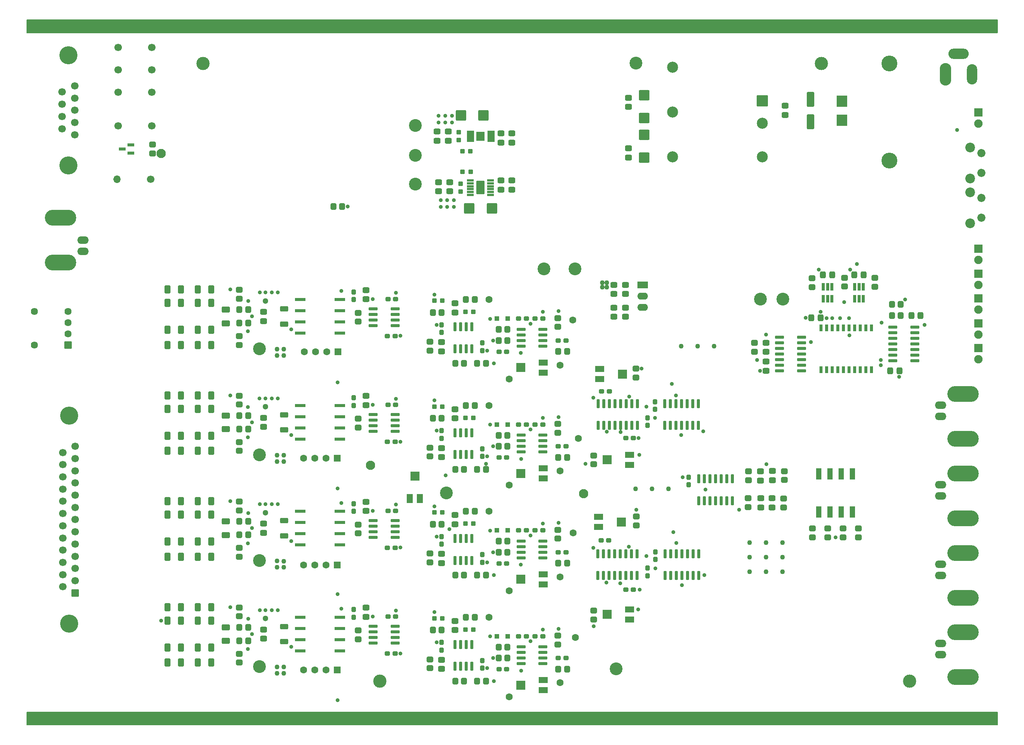
<source format=gts>
G04 #@! TF.GenerationSoftware,KiCad,Pcbnew,(6.0.11)*
G04 #@! TF.CreationDate,2023-05-29T14:07:06-03:00*
G04 #@! TF.ProjectId,qds-cv,7164732d-6376-42e6-9b69-6361645f7063,rev?*
G04 #@! TF.SameCoordinates,Original*
G04 #@! TF.FileFunction,Soldermask,Top*
G04 #@! TF.FilePolarity,Negative*
%FSLAX46Y46*%
G04 Gerber Fmt 4.6, Leading zero omitted, Abs format (unit mm)*
G04 Created by KiCad (PCBNEW (6.0.11)) date 2023-05-29 14:07:06*
%MOMM*%
%LPD*%
G01*
G04 APERTURE LIST*
G04 Aperture macros list*
%AMRoundRect*
0 Rectangle with rounded corners*
0 $1 Rounding radius*
0 $2 $3 $4 $5 $6 $7 $8 $9 X,Y pos of 4 corners*
0 Add a 4 corners polygon primitive as box body*
4,1,4,$2,$3,$4,$5,$6,$7,$8,$9,$2,$3,0*
0 Add four circle primitives for the rounded corners*
1,1,$1+$1,$2,$3*
1,1,$1+$1,$4,$5*
1,1,$1+$1,$6,$7*
1,1,$1+$1,$8,$9*
0 Add four rect primitives between the rounded corners*
20,1,$1+$1,$2,$3,$4,$5,0*
20,1,$1+$1,$4,$5,$6,$7,0*
20,1,$1+$1,$6,$7,$8,$9,0*
20,1,$1+$1,$8,$9,$2,$3,0*%
G04 Aperture macros list end*
%ADD10C,0.010000*%
%ADD11RoundRect,0.300000X0.350000X0.450000X-0.350000X0.450000X-0.350000X-0.450000X0.350000X-0.450000X0*%
%ADD12RoundRect,0.300000X-0.350000X-0.450000X0.350000X-0.450000X0.350000X0.450000X-0.350000X0.450000X0*%
%ADD13RoundRect,0.300000X0.450000X-0.350000X0.450000X0.350000X-0.450000X0.350000X-0.450000X-0.350000X0*%
%ADD14C,2.900000*%
%ADD15RoundRect,0.287500X0.300000X0.237500X-0.300000X0.237500X-0.300000X-0.237500X0.300000X-0.237500X0*%
%ADD16RoundRect,0.300000X-0.450000X0.350000X-0.450000X-0.350000X0.450000X-0.350000X0.450000X0.350000X0*%
%ADD17RoundRect,0.287500X0.237500X-0.300000X0.237500X0.300000X-0.237500X0.300000X-0.237500X-0.300000X0*%
%ADD18C,2.100000*%
%ADD19RoundRect,0.050000X-0.950000X0.650000X-0.950000X-0.650000X0.950000X-0.650000X0.950000X0.650000X0*%
%ADD20RoundRect,0.050000X-0.950000X1.000000X-0.950000X-1.000000X0.950000X-1.000000X0.950000X1.000000X0*%
%ADD21RoundRect,0.300000X0.475000X-0.337500X0.475000X0.337500X-0.475000X0.337500X-0.475000X-0.337500X0*%
%ADD22RoundRect,0.287500X-0.250000X-0.237500X0.250000X-0.237500X0.250000X0.237500X-0.250000X0.237500X0*%
%ADD23RoundRect,0.300000X-0.475000X0.337500X-0.475000X-0.337500X0.475000X-0.337500X0.475000X0.337500X0*%
%ADD24RoundRect,0.300000X-0.925000X0.875000X-0.925000X-0.875000X0.925000X-0.875000X0.925000X0.875000X0*%
%ADD25RoundRect,0.300000X-0.400000X-0.625000X0.400000X-0.625000X0.400000X0.625000X-0.400000X0.625000X0*%
%ADD26RoundRect,0.300000X0.400000X0.625000X-0.400000X0.625000X-0.400000X-0.625000X0.400000X-0.625000X0*%
%ADD27RoundRect,0.287500X-0.300000X-0.237500X0.300000X-0.237500X0.300000X0.237500X-0.300000X0.237500X0*%
%ADD28RoundRect,0.300000X0.337500X0.475000X-0.337500X0.475000X-0.337500X-0.475000X0.337500X-0.475000X0*%
%ADD29C,4.100000*%
%ADD30C,1.700000*%
%ADD31RoundRect,0.200000X0.150000X-0.825000X0.150000X0.825000X-0.150000X0.825000X-0.150000X-0.825000X0*%
%ADD32RoundRect,0.050000X0.754000X0.754000X-0.754000X0.754000X-0.754000X-0.754000X0.754000X-0.754000X0*%
%ADD33C,1.608000*%
%ADD34RoundRect,0.050000X0.500000X0.500000X-0.500000X0.500000X-0.500000X-0.500000X0.500000X-0.500000X0*%
%ADD35C,2.200000*%
%ADD36C,1.850000*%
%ADD37RoundRect,0.050000X-0.900000X0.900000X-0.900000X-0.900000X0.900000X-0.900000X0.900000X0.900000X0*%
%ADD38C,1.900000*%
%ADD39O,2.600000X1.700000*%
%ADD40O,7.100000X3.600000*%
%ADD41RoundRect,0.050000X-1.150000X0.750000X-1.150000X-0.750000X1.150000X-0.750000X1.150000X0.750000X0*%
%ADD42O,2.400000X1.600000*%
%ADD43RoundRect,0.200000X-0.825000X-0.150000X0.825000X-0.150000X0.825000X0.150000X-0.825000X0.150000X0*%
%ADD44C,1.600000*%
%ADD45RoundRect,0.050000X0.698500X0.215900X-0.698500X0.215900X-0.698500X-0.215900X0.698500X-0.215900X0*%
%ADD46RoundRect,0.050000X0.876300X1.473200X-0.876300X1.473200X-0.876300X-1.473200X0.876300X-1.473200X0*%
%ADD47RoundRect,0.050000X0.325000X-0.780000X0.325000X0.780000X-0.325000X0.780000X-0.325000X-0.780000X0*%
%ADD48RoundRect,0.300000X-0.625000X0.400000X-0.625000X-0.400000X0.625000X-0.400000X0.625000X0.400000X0*%
%ADD49RoundRect,0.200000X0.825000X0.150000X-0.825000X0.150000X-0.825000X-0.150000X0.825000X-0.150000X0*%
%ADD50RoundRect,0.200000X-0.150000X0.825000X-0.150000X-0.825000X0.150000X-0.825000X0.150000X0.825000X0*%
%ADD51RoundRect,0.212500X-1.012500X-0.162500X1.012500X-0.162500X1.012500X0.162500X-1.012500X0.162500X0*%
%ADD52RoundRect,0.287500X-0.237500X0.300000X-0.237500X-0.300000X0.237500X-0.300000X0.237500X0.300000X0*%
%ADD53RoundRect,0.298478X-0.646022X0.323022X-0.646022X-0.323022X0.646022X-0.323022X0.646022X0.323022X0*%
%ADD54RoundRect,0.050000X0.650000X0.950000X-0.650000X0.950000X-0.650000X-0.950000X0.650000X-0.950000X0*%
%ADD55RoundRect,0.050000X1.000000X0.950000X-1.000000X0.950000X-1.000000X-0.950000X1.000000X-0.950000X0*%
%ADD56RoundRect,0.300000X-0.337500X-0.475000X0.337500X-0.475000X0.337500X0.475000X-0.337500X0.475000X0*%
%ADD57RoundRect,0.050000X0.950000X-0.650000X0.950000X0.650000X-0.950000X0.650000X-0.950000X-0.650000X0*%
%ADD58RoundRect,0.050000X0.950000X-1.000000X0.950000X1.000000X-0.950000X1.000000X-0.950000X-1.000000X0*%
%ADD59O,1.700000X1.700000*%
%ADD60RoundRect,0.050000X-0.800000X0.800000X-0.800000X-0.800000X0.800000X-0.800000X0.800000X0.800000X0*%
%ADD61RoundRect,0.287500X-0.237500X0.250000X-0.237500X-0.250000X0.237500X-0.250000X0.237500X0.250000X0*%
%ADD62C,3.600000*%
%ADD63RoundRect,0.287500X0.237500X-0.250000X0.237500X0.250000X-0.237500X0.250000X-0.237500X-0.250000X0*%
%ADD64RoundRect,0.050000X-0.759000X0.759000X-0.759000X-0.759000X0.759000X-0.759000X0.759000X0.759000X0*%
%ADD65C,1.618000*%
%ADD66RoundRect,0.050000X0.300000X-0.750000X0.300000X0.750000X-0.300000X0.750000X-0.300000X-0.750000X0*%
%ADD67O,2.600000X5.100000*%
%ADD68O,2.350000X4.600000*%
%ADD69O,4.600000X2.350000*%
%ADD70RoundRect,0.300000X-0.550000X1.412500X-0.550000X-1.412500X0.550000X-1.412500X0.550000X1.412500X0*%
%ADD71RoundRect,0.050000X-0.840000X-0.990000X0.840000X-0.990000X0.840000X0.990000X-0.840000X0.990000X0*%
%ADD72RoundRect,0.300000X0.875000X0.925000X-0.875000X0.925000X-0.875000X-0.925000X0.875000X-0.925000X0*%
%ADD73RoundRect,0.200000X0.587500X0.150000X-0.587500X0.150000X-0.587500X-0.150000X0.587500X-0.150000X0*%
%ADD74C,3.000000*%
%ADD75RoundRect,0.050000X-1.150000X1.250000X-1.150000X-1.250000X1.150000X-1.250000X1.150000X1.250000X0*%
%ADD76RoundRect,0.300000X-0.875000X-0.925000X0.875000X-0.925000X0.875000X0.925000X-0.875000X0.925000X0*%
%ADD77RoundRect,0.050000X0.560000X-1.220000X0.560000X1.220000X-0.560000X1.220000X-0.560000X-1.220000X0*%
%ADD78RoundRect,0.050000X-1.200000X1.200000X-1.200000X-1.200000X1.200000X-1.200000X1.200000X1.200000X0*%
%ADD79C,2.500000*%
%ADD80C,0.900000*%
%ADD81C,1.100000*%
%ADD82C,0.700000*%
%ADD83C,1.300000*%
G04 APERTURE END LIST*
G36*
X205956500Y-65747500D02*
G01*
X204406500Y-65747500D01*
X204406500Y-65187500D01*
X205956500Y-65187500D01*
X205956500Y-65747500D01*
G37*
D10*
X205956500Y-65747500D02*
X204406500Y-65747500D01*
X204406500Y-65187500D01*
X205956500Y-65187500D01*
X205956500Y-65747500D01*
G36*
X201276500Y-67047500D02*
G01*
X199726500Y-67047500D01*
X199726500Y-66487500D01*
X201276500Y-66487500D01*
X201276500Y-67047500D01*
G37*
X201276500Y-67047500D02*
X199726500Y-67047500D01*
X199726500Y-66487500D01*
X201276500Y-66487500D01*
X201276500Y-67047500D01*
G36*
X205956500Y-66397500D02*
G01*
X204406500Y-66397500D01*
X204406500Y-65837500D01*
X205956500Y-65837500D01*
X205956500Y-66397500D01*
G37*
X205956500Y-66397500D02*
X204406500Y-66397500D01*
X204406500Y-65837500D01*
X205956500Y-65837500D01*
X205956500Y-66397500D01*
G36*
X201276500Y-67697500D02*
G01*
X199726500Y-67697500D01*
X199726500Y-67137500D01*
X201276500Y-67137500D01*
X201276500Y-67697500D01*
G37*
X201276500Y-67697500D02*
X199726500Y-67697500D01*
X199726500Y-67137500D01*
X201276500Y-67137500D01*
X201276500Y-67697500D01*
G36*
X201276500Y-66397500D02*
G01*
X199726500Y-66397500D01*
X199726500Y-65837500D01*
X201276500Y-65837500D01*
X201276500Y-66397500D01*
G37*
X201276500Y-66397500D02*
X199726500Y-66397500D01*
X199726500Y-65837500D01*
X201276500Y-65837500D01*
X201276500Y-66397500D01*
G36*
X201276500Y-65747500D02*
G01*
X199726500Y-65747500D01*
X199726500Y-65187500D01*
X201276500Y-65187500D01*
X201276500Y-65747500D01*
G37*
X201276500Y-65747500D02*
X199726500Y-65747500D01*
X199726500Y-65187500D01*
X201276500Y-65187500D01*
X201276500Y-65747500D01*
G36*
X205956500Y-67047500D02*
G01*
X204406500Y-67047500D01*
X204406500Y-66487500D01*
X205956500Y-66487500D01*
X205956500Y-67047500D01*
G37*
X205956500Y-67047500D02*
X204406500Y-67047500D01*
X204406500Y-66487500D01*
X205956500Y-66487500D01*
X205956500Y-67047500D01*
G36*
X205956500Y-67697500D02*
G01*
X204406500Y-67697500D01*
X204406500Y-67137500D01*
X205956500Y-67137500D01*
X205956500Y-67697500D01*
G37*
X205956500Y-67697500D02*
X204406500Y-67697500D01*
X204406500Y-67137500D01*
X205956500Y-67137500D01*
X205956500Y-67697500D01*
G36*
X205956500Y-65747500D02*
G01*
X204406500Y-65747500D01*
X204406500Y-65187500D01*
X205956500Y-65187500D01*
X205956500Y-65747500D01*
G37*
X205956500Y-65747500D02*
X204406500Y-65747500D01*
X204406500Y-65187500D01*
X205956500Y-65187500D01*
X205956500Y-65747500D01*
G36*
X201276500Y-67047500D02*
G01*
X199726500Y-67047500D01*
X199726500Y-66487500D01*
X201276500Y-66487500D01*
X201276500Y-67047500D01*
G37*
X201276500Y-67047500D02*
X199726500Y-67047500D01*
X199726500Y-66487500D01*
X201276500Y-66487500D01*
X201276500Y-67047500D01*
G36*
X205956500Y-66397500D02*
G01*
X204406500Y-66397500D01*
X204406500Y-65837500D01*
X205956500Y-65837500D01*
X205956500Y-66397500D01*
G37*
X205956500Y-66397500D02*
X204406500Y-66397500D01*
X204406500Y-65837500D01*
X205956500Y-65837500D01*
X205956500Y-66397500D01*
G36*
X201276500Y-67697500D02*
G01*
X199726500Y-67697500D01*
X199726500Y-67137500D01*
X201276500Y-67137500D01*
X201276500Y-67697500D01*
G37*
X201276500Y-67697500D02*
X199726500Y-67697500D01*
X199726500Y-67137500D01*
X201276500Y-67137500D01*
X201276500Y-67697500D01*
G36*
X201276500Y-66397500D02*
G01*
X199726500Y-66397500D01*
X199726500Y-65837500D01*
X201276500Y-65837500D01*
X201276500Y-66397500D01*
G37*
X201276500Y-66397500D02*
X199726500Y-66397500D01*
X199726500Y-65837500D01*
X201276500Y-65837500D01*
X201276500Y-66397500D01*
G36*
X201276500Y-65747500D02*
G01*
X199726500Y-65747500D01*
X199726500Y-65187500D01*
X201276500Y-65187500D01*
X201276500Y-65747500D01*
G37*
X201276500Y-65747500D02*
X199726500Y-65747500D01*
X199726500Y-65187500D01*
X201276500Y-65187500D01*
X201276500Y-65747500D01*
G36*
X205956500Y-67047500D02*
G01*
X204406500Y-67047500D01*
X204406500Y-66487500D01*
X205956500Y-66487500D01*
X205956500Y-67047500D01*
G37*
X205956500Y-67047500D02*
X204406500Y-67047500D01*
X204406500Y-66487500D01*
X205956500Y-66487500D01*
X205956500Y-67047500D01*
G36*
X205956500Y-67697500D02*
G01*
X204406500Y-67697500D01*
X204406500Y-67137500D01*
X205956500Y-67137500D01*
X205956500Y-67697500D01*
G37*
X205956500Y-67697500D02*
X204406500Y-67697500D01*
X204406500Y-67137500D01*
X205956500Y-67137500D01*
X205956500Y-67697500D01*
D11*
X201520100Y-151516100D03*
X199520100Y-151516100D03*
D12*
X202073000Y-189992000D03*
X204073000Y-189992000D03*
D13*
X237998000Y-121142000D03*
X237998000Y-119142000D03*
D14*
X152781000Y-138684000D03*
D13*
X148196100Y-137773600D03*
X148196100Y-135773600D03*
D15*
X183489600Y-111734600D03*
X181764600Y-111734600D03*
D13*
X148209000Y-127288800D03*
X148209000Y-125288800D03*
D14*
X217240100Y-96523000D03*
D16*
X271638303Y-142408400D03*
X271638303Y-144408400D03*
D12*
X197107100Y-189997100D03*
X199107100Y-189997100D03*
D17*
X194043100Y-110946100D03*
X194043100Y-109221100D03*
X203200000Y-115035500D03*
X203200000Y-113310500D03*
D12*
X197107100Y-117988100D03*
X199107100Y-117988100D03*
D18*
X177900000Y-141100000D03*
D16*
X281474333Y-155402400D03*
X281474333Y-157402400D03*
X191376100Y-185060100D03*
X191376100Y-187060100D03*
D19*
X236611000Y-140977000D03*
D20*
X231511000Y-139827000D03*
D19*
X236611000Y-138677000D03*
D14*
X271300000Y-103378000D03*
D21*
X193353500Y-78947500D03*
X193353500Y-76872500D03*
D11*
X222424300Y-115259800D03*
X220424300Y-115259800D03*
D12*
X202073000Y-141986000D03*
X204073000Y-141986000D03*
D16*
X191376100Y-137054100D03*
X191376100Y-139054100D03*
D22*
X192368600Y-127767100D03*
X194193600Y-127767100D03*
D23*
X235700000Y-100162500D03*
X235700000Y-102237500D03*
D13*
X277876000Y-100648000D03*
X277876000Y-98648000D03*
D21*
X197024300Y-154433200D03*
X197024300Y-152358200D03*
D12*
X148225600Y-132820100D03*
X150225600Y-132820100D03*
D13*
X148209000Y-103285800D03*
X148209000Y-101285800D03*
D24*
X239870000Y-57190000D03*
X239870000Y-62290000D03*
D25*
X138772100Y-110357600D03*
X141872100Y-110357600D03*
D17*
X242464603Y-162438500D03*
X242464603Y-160713500D03*
D23*
X266355103Y-148552500D03*
X266355103Y-150627500D03*
D12*
X206949800Y-182295800D03*
X208949800Y-182295800D03*
D19*
X236611000Y-176029000D03*
D20*
X231511000Y-174879000D03*
D19*
X236611000Y-173729000D03*
D14*
X188100000Y-64000000D03*
D26*
X135027000Y-161798000D03*
X131927000Y-161798000D03*
D16*
X191376100Y-113051100D03*
X191376100Y-115051100D03*
D27*
X211481500Y-107823000D03*
X213206500Y-107823000D03*
D12*
X148225600Y-156823100D03*
X150225600Y-156823100D03*
D28*
X279837500Y-107600000D03*
X277762500Y-107600000D03*
D29*
X109515331Y-48089000D03*
X109515331Y-73089000D03*
D30*
X110935331Y-66129000D03*
X110935331Y-63359000D03*
X110935331Y-60589000D03*
X110935331Y-57819000D03*
X110935331Y-55049000D03*
X108095331Y-64744000D03*
X108095331Y-61974000D03*
X108095331Y-59204000D03*
X108095331Y-56434000D03*
D16*
X220382900Y-107691700D03*
X220382900Y-109691700D03*
D25*
X131927000Y-173222600D03*
X135027000Y-173222600D03*
D31*
X252222000Y-149075000D03*
X253492000Y-149075000D03*
X254762000Y-149075000D03*
X256032000Y-149075000D03*
X257302000Y-149075000D03*
X258572000Y-149075000D03*
X259842000Y-149075000D03*
X259842000Y-144125000D03*
X258572000Y-144125000D03*
X257302000Y-144125000D03*
X256032000Y-144125000D03*
X254762000Y-144125000D03*
X253492000Y-144125000D03*
X252222000Y-144125000D03*
D32*
X170420000Y-139456000D03*
D33*
X167880000Y-139456000D03*
X165340000Y-139456000D03*
X162800000Y-139456000D03*
D34*
X209022000Y-155803600D03*
X206522000Y-155803600D03*
D15*
X183489600Y-183743600D03*
X181764600Y-183743600D03*
D35*
X313757500Y-68992000D03*
X313757500Y-76002000D03*
D36*
X316247500Y-70242000D03*
X316247500Y-74742000D03*
D37*
X315573200Y-97625000D03*
D38*
X315573200Y-100165000D03*
D14*
X233553000Y-187198000D03*
D23*
X267500000Y-113262500D03*
X267500000Y-115337500D03*
D39*
X112832000Y-90000000D03*
X112832000Y-92540000D03*
D40*
X107752000Y-84920000D03*
X107752000Y-95080000D03*
D15*
X216927400Y-179832000D03*
X215202400Y-179832000D03*
D39*
X307014000Y-130000000D03*
X307014000Y-127460000D03*
D40*
X312094000Y-124920000D03*
X312094000Y-135080000D03*
D37*
X315573200Y-108875000D03*
D38*
X315573200Y-111415000D03*
D23*
X153670000Y-130280500D03*
X153670000Y-132355500D03*
D22*
X198745500Y-69871500D03*
X200570500Y-69871500D03*
D41*
X239590500Y-100199500D03*
D42*
X239590500Y-102739500D03*
X239590500Y-105279500D03*
D43*
X178536600Y-105587800D03*
X178536600Y-106857800D03*
X178536600Y-108127800D03*
X178536600Y-109397800D03*
X183486600Y-109397800D03*
X183486600Y-108127800D03*
X183486600Y-106857800D03*
X183486600Y-105587800D03*
D27*
X220460200Y-184779600D03*
X222185200Y-184779600D03*
D44*
X224990000Y-134980000D03*
D12*
X192027100Y-130434100D03*
X194027100Y-130434100D03*
D15*
X183489600Y-135737600D03*
X181764600Y-135737600D03*
D14*
X266192000Y-103378000D03*
D44*
X220827600Y-190347600D03*
D45*
X205141500Y-79730600D03*
X205141500Y-79080359D03*
X205141500Y-78430119D03*
X205141500Y-77779881D03*
X205141500Y-77129641D03*
X205141500Y-76479400D03*
X200541500Y-76479400D03*
X200541500Y-77129641D03*
X200541500Y-77779881D03*
X200541500Y-78430119D03*
X200541500Y-79080359D03*
X200541500Y-79730600D03*
D46*
X202841500Y-78105000D03*
D47*
X287594000Y-103284000D03*
X288544000Y-103284000D03*
X289494000Y-103284000D03*
X289494000Y-100584000D03*
X288544000Y-100584000D03*
X287594000Y-100584000D03*
D48*
X145161000Y-129768000D03*
X145161000Y-132868000D03*
D25*
X138785000Y-101219000D03*
X141885000Y-101219000D03*
D27*
X211481500Y-155829000D03*
X213206500Y-155829000D03*
D12*
X197107100Y-141991100D03*
X199107100Y-141991100D03*
D17*
X242366800Y-128391300D03*
X242366800Y-126666300D03*
D23*
X236310000Y-57722500D03*
X236310000Y-59797500D03*
X209960000Y-65832500D03*
X209960000Y-67907500D03*
D19*
X217040100Y-192076400D03*
D20*
X211940100Y-190926400D03*
D19*
X217040100Y-189776400D03*
D44*
X209296000Y-121539000D03*
D15*
X216927400Y-155829000D03*
X215202400Y-155829000D03*
D21*
X197024300Y-106427200D03*
X197024300Y-104352200D03*
D19*
X217040100Y-120067400D03*
D20*
X211940100Y-118917400D03*
D19*
X217040100Y-117767400D03*
D17*
X194043100Y-182955100D03*
X194043100Y-181230100D03*
D27*
X211481500Y-179832000D03*
X213206500Y-179832000D03*
D12*
X206949800Y-134289800D03*
X208949800Y-134289800D03*
D11*
X298000000Y-104550000D03*
X296000000Y-104550000D03*
X222424300Y-163265800D03*
X220424300Y-163265800D03*
D49*
X301179000Y-117348000D03*
X301179000Y-116078000D03*
X301179000Y-114808000D03*
X301179000Y-113538000D03*
X301179000Y-112268000D03*
X301179000Y-110998000D03*
X301179000Y-109728000D03*
X296229000Y-109728000D03*
X296229000Y-110998000D03*
X296229000Y-112268000D03*
X296229000Y-113538000D03*
X296229000Y-114808000D03*
X296229000Y-116078000D03*
X296229000Y-117348000D03*
D22*
X192368600Y-151770100D03*
X194193600Y-151770100D03*
D13*
X128524000Y-70342000D03*
X128524000Y-68342000D03*
D17*
X174104100Y-127476100D03*
X174104100Y-125751100D03*
D44*
X209296000Y-145542000D03*
D50*
X238309603Y-161101000D03*
X237039603Y-161101000D03*
X235769603Y-161101000D03*
X234499603Y-161101000D03*
X233229603Y-161101000D03*
X231959603Y-161101000D03*
X230689603Y-161101000D03*
X229419603Y-161101000D03*
X229419603Y-166051000D03*
X230689603Y-166051000D03*
X231959603Y-166051000D03*
X233229603Y-166051000D03*
X234499603Y-166051000D03*
X235769603Y-166051000D03*
X237039603Y-166051000D03*
X238309603Y-166051000D03*
D13*
X263510303Y-144459200D03*
X263510303Y-142459200D03*
D12*
X148225600Y-177778100D03*
X150225600Y-177778100D03*
D23*
X195494000Y-65405000D03*
X195494000Y-67480000D03*
D25*
X131927000Y-149219600D03*
X135027000Y-149219600D03*
D44*
X204724000Y-127508000D03*
D25*
X131927000Y-176270600D03*
X135027000Y-176270600D03*
D17*
X203200000Y-187044500D03*
X203200000Y-185319500D03*
D24*
X239860000Y-66170000D03*
X239860000Y-71270000D03*
D21*
X194043100Y-187224600D03*
X194043100Y-185149600D03*
D12*
X148225600Y-105769100D03*
X150225600Y-105769100D03*
D16*
X264900000Y-113300000D03*
X264900000Y-115300000D03*
D34*
X209022000Y-131800600D03*
X206522000Y-131800600D03*
D16*
X284945666Y-155402400D03*
X284945666Y-157402400D03*
D25*
X131927000Y-104261600D03*
X135027000Y-104261600D03*
D21*
X194043100Y-163221600D03*
X194043100Y-161146600D03*
D50*
X200875700Y-109660600D03*
X199605700Y-109660600D03*
X198335700Y-109660600D03*
X197065700Y-109660600D03*
X197065700Y-114610600D03*
X198335700Y-114610600D03*
X199605700Y-114610600D03*
X200875700Y-114610600D03*
D23*
X153670000Y-154283500D03*
X153670000Y-156358500D03*
D34*
X209022000Y-107797600D03*
X206522000Y-107797600D03*
D15*
X232002500Y-124333000D03*
X230277500Y-124333000D03*
D27*
X220460200Y-136773600D03*
X222185200Y-136773600D03*
D11*
X298000000Y-107150000D03*
X296000000Y-107150000D03*
D25*
X131927000Y-158363600D03*
X135027000Y-158363600D03*
D22*
X199413800Y-130292200D03*
X201238800Y-130292200D03*
D51*
X161972000Y-103505000D03*
X161972000Y-106045000D03*
X161972000Y-108585000D03*
X161972000Y-111125000D03*
X171022000Y-111125000D03*
X171022000Y-108585000D03*
X171022000Y-106045000D03*
X171022000Y-103505000D03*
D52*
X249936000Y-143737500D03*
X249936000Y-145462500D03*
D25*
X138772100Y-182366600D03*
X141872100Y-182366600D03*
X131927000Y-110357600D03*
X135027000Y-110357600D03*
D50*
X200875700Y-181669600D03*
X199605700Y-181669600D03*
X198335700Y-181669600D03*
X197065700Y-181669600D03*
X197065700Y-186619600D03*
X198335700Y-186619600D03*
X199605700Y-186619600D03*
X200875700Y-186619600D03*
D53*
X158374500Y-177609500D03*
X158374500Y-181038500D03*
D16*
X220382900Y-131694700D03*
X220382900Y-133694700D03*
D14*
X152781000Y-186740800D03*
D28*
X297709500Y-119634000D03*
X295634500Y-119634000D03*
D49*
X275524400Y-119614700D03*
X275524400Y-118344700D03*
X275524400Y-117074700D03*
X275524400Y-115804700D03*
X275524400Y-114534700D03*
X275524400Y-113264700D03*
X275524400Y-111994700D03*
X270574400Y-111994700D03*
X270574400Y-113264700D03*
X270574400Y-114534700D03*
X270574400Y-115804700D03*
X270574400Y-117074700D03*
X270574400Y-118344700D03*
X270574400Y-119614700D03*
D27*
X235738500Y-169291000D03*
X237463500Y-169291000D03*
D14*
X195072000Y-147320000D03*
D17*
X194043100Y-158952100D03*
X194043100Y-157227100D03*
D15*
X183590100Y-103352600D03*
X181865100Y-103352600D03*
D17*
X203200000Y-163041500D03*
X203200000Y-161316500D03*
D25*
X131927000Y-134360600D03*
X135027000Y-134360600D03*
D19*
X217040100Y-168073400D03*
D20*
X211940100Y-166923400D03*
D19*
X217040100Y-165773400D03*
D15*
X216927400Y-131826000D03*
X215202400Y-131826000D03*
D12*
X202073000Y-165989000D03*
X204073000Y-165989000D03*
D26*
X135027000Y-185801000D03*
X131927000Y-185801000D03*
D44*
X209296000Y-169545000D03*
D54*
X186810000Y-148600000D03*
D55*
X187960000Y-143500000D03*
D54*
X189110000Y-148600000D03*
D25*
X131927000Y-101213600D03*
X135027000Y-101213600D03*
D43*
X212015100Y-134233600D03*
X212015100Y-135503600D03*
X212015100Y-136773600D03*
X212015100Y-138043600D03*
X216965100Y-138043600D03*
X216965100Y-136773600D03*
X216965100Y-135503600D03*
X216965100Y-134233600D03*
D56*
X287506500Y-97870000D03*
X289581500Y-97870000D03*
D25*
X138772100Y-128264600D03*
X141872100Y-128264600D03*
D23*
X207440000Y-65832500D03*
X207440000Y-67907500D03*
D57*
X229860000Y-119246000D03*
D58*
X234960000Y-120396000D03*
D57*
X229860000Y-121546000D03*
D23*
X192954000Y-65405000D03*
X192954000Y-67480000D03*
D13*
X175144200Y-180501800D03*
X175144200Y-178501800D03*
D37*
X315573200Y-103250000D03*
D38*
X315573200Y-105790000D03*
D16*
X288417000Y-155402400D03*
X288417000Y-157402400D03*
D25*
X131927000Y-152267600D03*
X135027000Y-152267600D03*
D16*
X220382900Y-155697700D03*
X220382900Y-157697700D03*
D31*
X244654603Y-166051000D03*
X245924603Y-166051000D03*
X247194603Y-166051000D03*
X248464603Y-166051000D03*
X249734603Y-166051000D03*
X251004603Y-166051000D03*
X252274603Y-166051000D03*
X252274603Y-161101000D03*
X251004603Y-161101000D03*
X249734603Y-161101000D03*
X248464603Y-161101000D03*
X247194603Y-161101000D03*
X245924603Y-161101000D03*
X244654603Y-161101000D03*
D23*
X236310000Y-69182500D03*
X236310000Y-71257500D03*
D18*
X226200000Y-147500000D03*
D12*
X148225600Y-153775100D03*
X150225600Y-153775100D03*
D15*
X216927400Y-107823000D03*
X215202400Y-107823000D03*
D14*
X152781000Y-162687000D03*
D43*
X178536600Y-129590800D03*
X178536600Y-130860800D03*
X178536600Y-132130800D03*
X178536600Y-133400800D03*
X183486600Y-133400800D03*
X183486600Y-132130800D03*
X183486600Y-130860800D03*
X183486600Y-129590800D03*
D35*
X313757500Y-79152000D03*
X313757500Y-86162000D03*
D36*
X316247500Y-80402000D03*
X316247500Y-84902000D03*
D11*
X201520100Y-175519100D03*
X199520100Y-175519100D03*
D50*
X200875700Y-133663600D03*
X199605700Y-133663600D03*
X198335700Y-133663600D03*
X197065700Y-133663600D03*
X197065700Y-138613600D03*
X198335700Y-138613600D03*
X199605700Y-138613600D03*
X200875700Y-138613600D03*
D22*
X192368600Y-175773100D03*
X194193600Y-175773100D03*
D51*
X161972000Y-127508000D03*
X161972000Y-130048000D03*
X161972000Y-132588000D03*
X161972000Y-135128000D03*
X171022000Y-135128000D03*
X171022000Y-132588000D03*
X171022000Y-130048000D03*
X171022000Y-127508000D03*
D15*
X183590100Y-151358600D03*
X181865100Y-151358600D03*
D16*
X278003000Y-155402400D03*
X278003000Y-157402400D03*
D23*
X153670000Y-106277500D03*
X153670000Y-108352500D03*
D16*
X228473000Y-138827000D03*
X228473000Y-140827000D03*
D26*
X141885000Y-185801000D03*
X138785000Y-185801000D03*
D21*
X176898100Y-127397100D03*
X176898100Y-125322100D03*
D17*
X240665000Y-166089500D03*
X240665000Y-164364500D03*
D12*
X202073000Y-117983000D03*
X204073000Y-117983000D03*
D15*
X183590100Y-175361600D03*
X181865100Y-175361600D03*
D57*
X229606000Y-152774000D03*
D58*
X234706000Y-153924000D03*
D57*
X229606000Y-155074000D03*
D21*
X268945903Y-144445900D03*
X268945903Y-142370900D03*
D14*
X188100000Y-77300000D03*
D16*
X228473000Y-174006000D03*
X228473000Y-176006000D03*
D30*
X128143000Y-76200000D03*
D59*
X120523000Y-76200000D03*
D37*
X315573200Y-92000000D03*
D38*
X315573200Y-94540000D03*
D29*
X109642331Y-176930000D03*
X109642331Y-129830000D03*
D60*
X111062331Y-170000000D03*
D30*
X111062331Y-167230000D03*
X111062331Y-164460000D03*
X111062331Y-161690000D03*
X111062331Y-158920000D03*
X111062331Y-156150000D03*
X111062331Y-153380000D03*
X111062331Y-150610000D03*
X111062331Y-147840000D03*
X111062331Y-145070000D03*
X111062331Y-142300000D03*
X111062331Y-139530000D03*
X111062331Y-136760000D03*
X108222331Y-168615000D03*
X108222331Y-165845000D03*
X108222331Y-163075000D03*
X108222331Y-160305000D03*
X108222331Y-157535000D03*
X108222331Y-154765000D03*
X108222331Y-151995000D03*
X108222331Y-149225000D03*
X108222331Y-146455000D03*
X108222331Y-143685000D03*
X108222331Y-140915000D03*
X108222331Y-138145000D03*
D51*
X161972000Y-151511000D03*
X161972000Y-154051000D03*
X161972000Y-156591000D03*
X161972000Y-159131000D03*
X171022000Y-159131000D03*
X171022000Y-156591000D03*
X171022000Y-154051000D03*
X171022000Y-151511000D03*
D11*
X171500000Y-82400000D03*
X169500000Y-82400000D03*
D12*
X192027100Y-154437100D03*
X194027100Y-154437100D03*
D61*
X197888500Y-65530000D03*
X197888500Y-67355000D03*
D13*
X292100000Y-100600000D03*
X292100000Y-98600000D03*
D12*
X206949800Y-110286800D03*
X208949800Y-110286800D03*
D11*
X208936900Y-184779600D03*
X206936900Y-184779600D03*
D62*
X295402000Y-71960000D03*
X295402000Y-49960000D03*
D13*
X148196100Y-161776600D03*
X148196100Y-159776600D03*
D15*
X208774000Y-115285200D03*
X207049000Y-115285200D03*
D25*
X138785000Y-149225000D03*
X141885000Y-149225000D03*
D47*
X280482000Y-103284000D03*
X281432000Y-103284000D03*
X282382000Y-103284000D03*
X282382000Y-100584000D03*
X281432000Y-100584000D03*
X280482000Y-100584000D03*
D63*
X198288000Y-79017500D03*
X198288000Y-77192500D03*
D14*
X152781000Y-114681000D03*
D44*
X209296000Y-193548000D03*
D23*
X233000000Y-105300000D03*
X233000000Y-107375000D03*
D25*
X138772100Y-158363600D03*
X141872100Y-158363600D03*
D64*
X109416500Y-113810000D03*
D65*
X109416500Y-111270000D03*
X109416500Y-108730000D03*
X109416500Y-106190000D03*
X101796500Y-106190000D03*
X101796500Y-113810000D03*
D11*
X208936900Y-112770600D03*
X206936900Y-112770600D03*
D66*
X279978100Y-119411700D03*
X281248100Y-119411700D03*
X282518100Y-119411700D03*
X283788100Y-119411700D03*
X285058100Y-119411700D03*
X286328100Y-119411700D03*
X287598100Y-119411700D03*
X288868100Y-119411700D03*
X290138100Y-119411700D03*
X291408100Y-119411700D03*
X291408100Y-109911700D03*
X290138100Y-109911700D03*
X288868100Y-109911700D03*
X287598100Y-109911700D03*
X286328100Y-109911700D03*
X285058100Y-109911700D03*
X283788100Y-109911700D03*
X282518100Y-109911700D03*
X281248100Y-109911700D03*
X279978100Y-109911700D03*
D13*
X148209000Y-175294800D03*
X148209000Y-173294800D03*
D15*
X183590100Y-127355600D03*
X181865100Y-127355600D03*
D43*
X212015100Y-110230600D03*
X212015100Y-111500600D03*
X212015100Y-112770600D03*
X212015100Y-114040600D03*
X216965100Y-114040600D03*
X216965100Y-112770600D03*
X216965100Y-111500600D03*
X216965100Y-110230600D03*
D67*
X308115500Y-52451000D03*
D68*
X314115500Y-52451000D03*
D69*
X311115500Y-47751000D03*
D70*
X277600000Y-58112500D03*
X277600000Y-63187500D03*
D23*
X153670000Y-178286500D03*
X153670000Y-180361500D03*
D17*
X203200000Y-139038500D03*
X203200000Y-137313500D03*
D23*
X271850000Y-59562500D03*
X271850000Y-61637500D03*
D51*
X161972000Y-175514000D03*
X161972000Y-178054000D03*
X161972000Y-180594000D03*
X161972000Y-183134000D03*
X171022000Y-183134000D03*
X171022000Y-180594000D03*
X171022000Y-178054000D03*
X171022000Y-175514000D03*
D71*
X202841500Y-66442500D03*
D21*
X197024300Y-130430200D03*
X197024300Y-128355200D03*
D72*
X205416500Y-82804000D03*
X200316500Y-82804000D03*
D30*
X128397000Y-56442500D03*
X128397000Y-51362500D03*
X128397000Y-46282500D03*
X120777000Y-56442500D03*
X120777000Y-51362500D03*
X120777000Y-46282500D03*
X128397000Y-64062500D03*
X120777000Y-64062500D03*
D27*
X220460200Y-112770600D03*
X222185200Y-112770600D03*
D17*
X174104100Y-175482100D03*
X174104100Y-173757100D03*
D25*
X131927000Y-128264600D03*
X135027000Y-128264600D03*
D26*
X141885000Y-161798000D03*
X138785000Y-161798000D03*
D50*
X200875700Y-157666600D03*
X199605700Y-157666600D03*
X198335700Y-157666600D03*
X197065700Y-157666600D03*
X197065700Y-162616600D03*
X198335700Y-162616600D03*
X199605700Y-162616600D03*
X200875700Y-162616600D03*
D11*
X208936900Y-160776600D03*
X206936900Y-160776600D03*
D21*
X197024300Y-178436200D03*
X197024300Y-176361200D03*
D32*
X170420000Y-163713000D03*
D33*
X167880000Y-163713000D03*
X165340000Y-163713000D03*
X162800000Y-163713000D03*
D12*
X206949800Y-158292800D03*
X208949800Y-158292800D03*
D34*
X209022000Y-179806600D03*
X206522000Y-179806600D03*
D56*
X300412500Y-107150000D03*
X302487500Y-107150000D03*
D37*
X315573200Y-61087000D03*
D38*
X315573200Y-63627000D03*
D11*
X201520100Y-127513100D03*
X199520100Y-127513100D03*
D17*
X194043100Y-134949100D03*
X194043100Y-133224100D03*
D50*
X238379000Y-127065000D03*
X237109000Y-127065000D03*
X235839000Y-127065000D03*
X234569000Y-127065000D03*
X233299000Y-127065000D03*
X232029000Y-127065000D03*
X230759000Y-127065000D03*
X229489000Y-127065000D03*
X229489000Y-132015000D03*
X230759000Y-132015000D03*
X232029000Y-132015000D03*
X233299000Y-132015000D03*
X234569000Y-132015000D03*
X235839000Y-132015000D03*
X237109000Y-132015000D03*
X238379000Y-132015000D03*
D13*
X285242000Y-100521000D03*
X285242000Y-98521000D03*
D43*
X178536600Y-153593800D03*
X178536600Y-154863800D03*
X178536600Y-156133800D03*
X178536600Y-157403800D03*
X183486600Y-157403800D03*
X183486600Y-156133800D03*
X183486600Y-154863800D03*
X183486600Y-153593800D03*
D11*
X208936900Y-136773600D03*
X206936900Y-136773600D03*
D15*
X183489600Y-159740600D03*
X181764600Y-159740600D03*
D44*
X224282000Y-180086000D03*
D22*
X199413800Y-154295200D03*
X201238800Y-154295200D03*
D21*
X267500000Y-119637500D03*
X267500000Y-117562500D03*
D26*
X141885000Y-113792000D03*
X138785000Y-113792000D03*
D21*
X176898100Y-103394100D03*
X176898100Y-101319100D03*
D25*
X138785000Y-125222000D03*
X141885000Y-125222000D03*
D27*
X220460200Y-160776600D03*
X222185200Y-160776600D03*
D73*
X123619500Y-70292000D03*
X123619500Y-68392000D03*
X121744500Y-69342000D03*
D44*
X204724000Y-151511000D03*
D74*
X300000000Y-190000000D03*
D21*
X176898100Y-175403100D03*
X176898100Y-173328100D03*
D22*
X199413800Y-106289200D03*
X201238800Y-106289200D03*
D39*
X307014000Y-166000000D03*
D40*
X312094000Y-171080000D03*
D39*
X307014000Y-163460000D03*
D40*
X312094000Y-160920000D03*
D12*
X148225600Y-180826100D03*
X150225600Y-180826100D03*
D21*
X194043100Y-115215600D03*
X194043100Y-113140600D03*
D25*
X131927000Y-182366600D03*
X135027000Y-182366600D03*
D53*
X158374500Y-105600500D03*
X158374500Y-109029500D03*
D11*
X222424300Y-187268800D03*
X220424300Y-187268800D03*
D21*
X195900000Y-78947500D03*
X195900000Y-76872500D03*
D48*
X145161000Y-177774000D03*
X145161000Y-180874000D03*
D75*
X284650000Y-58500000D03*
X284650000Y-62800000D03*
D11*
X201520100Y-103510100D03*
X199520100Y-103510100D03*
D21*
X194043100Y-139218600D03*
X194043100Y-137143600D03*
D76*
X198384500Y-61743500D03*
X203484500Y-61743500D03*
D13*
X148196100Y-185779600D03*
X148196100Y-183779600D03*
D74*
X180000000Y-190000000D03*
D77*
X279400000Y-151625000D03*
X281940000Y-151625000D03*
X284480000Y-151625000D03*
X287020000Y-151625000D03*
X287020000Y-143015000D03*
X284480000Y-143015000D03*
X281940000Y-143015000D03*
X279400000Y-143015000D03*
D48*
X145161000Y-105765000D03*
X145161000Y-108865000D03*
D25*
X131927000Y-125216600D03*
X135027000Y-125216600D03*
D53*
X158374500Y-153606500D03*
X158374500Y-157035500D03*
D23*
X233000000Y-100162500D03*
X233000000Y-102237500D03*
X268895103Y-148552500D03*
X268895103Y-150627500D03*
D13*
X175144200Y-132495800D03*
X175144200Y-130495800D03*
D37*
X315573200Y-114500000D03*
D38*
X315573200Y-117040000D03*
D43*
X178536600Y-177596800D03*
X178536600Y-178866800D03*
X178536600Y-180136800D03*
X178536600Y-181406800D03*
X183486600Y-181406800D03*
X183486600Y-180136800D03*
X183486600Y-178866800D03*
X183486600Y-177596800D03*
D25*
X138772100Y-176270600D03*
X141872100Y-176270600D03*
D21*
X209960000Y-78567500D03*
X209960000Y-76492500D03*
D27*
X235738500Y-134874000D03*
X237463500Y-134874000D03*
D26*
X141885000Y-137795000D03*
X138785000Y-137795000D03*
D13*
X148196100Y-113770600D03*
X148196100Y-111770600D03*
D21*
X176898100Y-151400100D03*
X176898100Y-149325100D03*
D14*
X238000000Y-49900000D03*
D44*
X204724000Y-175514000D03*
D22*
X198754000Y-74549000D03*
X200579000Y-74549000D03*
D32*
X170423100Y-187470000D03*
D33*
X167883100Y-187470000D03*
X165343100Y-187470000D03*
X162803100Y-187470000D03*
D17*
X240690400Y-132028100D03*
X240690400Y-130303100D03*
D26*
X135027000Y-137795000D03*
X131927000Y-137795000D03*
D44*
X220827600Y-118338600D03*
D15*
X208774000Y-163291200D03*
X207049000Y-163291200D03*
D25*
X138772100Y-134360600D03*
X141872100Y-134360600D03*
D74*
X280000000Y-50000000D03*
D12*
X148225600Y-129772100D03*
X150225600Y-129772100D03*
D56*
X280394500Y-97870000D03*
X282469500Y-97870000D03*
D44*
X223790000Y-156360000D03*
D43*
X212015100Y-158236600D03*
X212015100Y-159506600D03*
X212015100Y-160776600D03*
X212015100Y-162046600D03*
X216965100Y-162046600D03*
X216965100Y-160776600D03*
X216965100Y-159506600D03*
X216965100Y-158236600D03*
D12*
X197107100Y-165994100D03*
X199107100Y-165994100D03*
D15*
X208774000Y-187294200D03*
X207049000Y-187294200D03*
D17*
X174104100Y-151479100D03*
X174104100Y-149754100D03*
D16*
X220382900Y-179700700D03*
X220382900Y-181700700D03*
D13*
X148209000Y-151291800D03*
X148209000Y-149291800D03*
D12*
X192027100Y-106431100D03*
X194027100Y-106431100D03*
X192027100Y-178440100D03*
X194027100Y-178440100D03*
D15*
X231875500Y-158115000D03*
X230150500Y-158115000D03*
D25*
X138772100Y-104261600D03*
X141872100Y-104261600D03*
D13*
X175144200Y-108492800D03*
X175144200Y-106492800D03*
D74*
X140000000Y-50000000D03*
D13*
X271485903Y-150640800D03*
X271485903Y-148640800D03*
X175144200Y-156498800D03*
X175144200Y-154498800D03*
D39*
X307014000Y-184000000D03*
D40*
X312094000Y-189080000D03*
D39*
X307014000Y-181460000D03*
D40*
X312094000Y-178920000D03*
D26*
X135027000Y-113792000D03*
X131927000Y-113792000D03*
D15*
X208774000Y-139288200D03*
X207049000Y-139288200D03*
D53*
X158374500Y-129603500D03*
X158374500Y-133032500D03*
D44*
X204724000Y-103505000D03*
D22*
X199413800Y-178298200D03*
X201238800Y-178298200D03*
D21*
X207440000Y-78567500D03*
X207440000Y-76492500D03*
D25*
X138785000Y-173228000D03*
X141885000Y-173228000D03*
D44*
X220827600Y-142341600D03*
D14*
X188100000Y-70750000D03*
D25*
X138772100Y-152267600D03*
X141872100Y-152267600D03*
D44*
X223690000Y-108160000D03*
D39*
X307014000Y-148000000D03*
D40*
X312094000Y-142920000D03*
D39*
X307014000Y-145460000D03*
D40*
X312094000Y-153080000D03*
D23*
X235700000Y-105300000D03*
X235700000Y-107375000D03*
D17*
X174104100Y-103473100D03*
X174104100Y-101748100D03*
D21*
X266253503Y-144496700D03*
X266253503Y-142421700D03*
D12*
X148225600Y-108817100D03*
X150225600Y-108817100D03*
D11*
X222424300Y-139262800D03*
X220424300Y-139262800D03*
D78*
X266670000Y-58440000D03*
D79*
X266670000Y-63520000D03*
X266670000Y-71140000D03*
X246350000Y-50820000D03*
X246350000Y-60980000D03*
X246350000Y-71140000D03*
D16*
X191376100Y-161057100D03*
X191376100Y-163057100D03*
D13*
X238125000Y-154670000D03*
X238125000Y-152670000D03*
D19*
X217040100Y-144070400D03*
D20*
X211940100Y-142920400D03*
D19*
X217040100Y-141770400D03*
D48*
X145161000Y-153771000D03*
X145161000Y-156871000D03*
D43*
X212015100Y-182239600D03*
X212015100Y-183509600D03*
X212015100Y-184779600D03*
X212015100Y-186049600D03*
X216965100Y-186049600D03*
X216965100Y-184779600D03*
X216965100Y-183509600D03*
X216965100Y-182239600D03*
D31*
X244576600Y-132015000D03*
X245846600Y-132015000D03*
X247116600Y-132015000D03*
X248386600Y-132015000D03*
X249656600Y-132015000D03*
X250926600Y-132015000D03*
X252196600Y-132015000D03*
X252196600Y-127065000D03*
X250926600Y-127065000D03*
X249656600Y-127065000D03*
X248386600Y-127065000D03*
X247116600Y-127065000D03*
X245846600Y-127065000D03*
X244576600Y-127065000D03*
D16*
X263459503Y-148539200D03*
X263459503Y-150539200D03*
D44*
X220827600Y-166344600D03*
D22*
X192368600Y-103764100D03*
X194193600Y-103764100D03*
D14*
X224250000Y-96550000D03*
D27*
X211481500Y-131826000D03*
X213206500Y-131826000D03*
D32*
X170598000Y-115326000D03*
D33*
X168058000Y-115326000D03*
X165518000Y-115326000D03*
X162978000Y-115326000D03*
D80*
X196370000Y-61800000D03*
X204316500Y-115035500D03*
X204316500Y-187044500D03*
X195819162Y-155513600D03*
X183642000Y-125984000D03*
X193370000Y-63300000D03*
X216916000Y-178308000D03*
X216916000Y-106299000D03*
X204316500Y-163041500D03*
X194870000Y-61800000D03*
X183642000Y-101981000D03*
X216916000Y-154305000D03*
X196370000Y-63300000D03*
X194870000Y-63300000D03*
X183642000Y-173990000D03*
X183642000Y-149987000D03*
X204316500Y-139038500D03*
X216916000Y-130302000D03*
X193370000Y-61800000D03*
X214190000Y-132940000D03*
D81*
X270000000Y-198500000D03*
D80*
X240411000Y-127762000D03*
D81*
X290000000Y-41500000D03*
X275000000Y-198500000D03*
D80*
X171310100Y-101565700D03*
D81*
X245000000Y-198500000D03*
X210000000Y-41500000D03*
X135000000Y-198500000D03*
X305000000Y-198500000D03*
D80*
X265500000Y-117200000D03*
X214160000Y-156960000D03*
D81*
X270000000Y-41500000D03*
X170000000Y-198500000D03*
D80*
X240411000Y-161671000D03*
D81*
X145000000Y-198500000D03*
D80*
X205010000Y-131840000D03*
D81*
X267474667Y-161900000D03*
X310000000Y-41500000D03*
X130000000Y-41500000D03*
X263749334Y-161900000D03*
X125000000Y-198500000D03*
X115000000Y-41500000D03*
X237949334Y-146400000D03*
X135000000Y-41500000D03*
X267474667Y-158598000D03*
X185000000Y-198500000D03*
X170000000Y-41500000D03*
X145000000Y-41500000D03*
D80*
X276500000Y-107600000D03*
X212020000Y-139590000D03*
D81*
X130000000Y-198500000D03*
X150000000Y-198500000D03*
D80*
X171310100Y-173603600D03*
X293500000Y-117200000D03*
X204990000Y-107850000D03*
D81*
X215000000Y-41500000D03*
D80*
X253238000Y-133350000D03*
D81*
X267474667Y-165200000D03*
D80*
X214200000Y-180960000D03*
X228346000Y-159766000D03*
D81*
X175000000Y-198500000D03*
D82*
X202441500Y-65940000D03*
D81*
X150000000Y-41500000D03*
D82*
X202441500Y-66940000D03*
D80*
X212000000Y-115600000D03*
D81*
X240000000Y-41500000D03*
X263749334Y-165200000D03*
X230000000Y-41500000D03*
X225000000Y-198500000D03*
X165000000Y-198500000D03*
X271200000Y-165200000D03*
X180000000Y-41500000D03*
X120000000Y-41500000D03*
X205000000Y-198500000D03*
X225000000Y-41500000D03*
D80*
X261366000Y-151130000D03*
D81*
X180000000Y-198500000D03*
X205000000Y-41500000D03*
D80*
X253746000Y-146558000D03*
X303400000Y-109250000D03*
D81*
X220000000Y-41500000D03*
X195000000Y-198500000D03*
X120000000Y-198500000D03*
X105000000Y-198500000D03*
X200000000Y-41500000D03*
D80*
X205020000Y-179860000D03*
D81*
X235000000Y-41500000D03*
X220000000Y-198500000D03*
X115000000Y-198500000D03*
X280000000Y-41500000D03*
X260000000Y-198500000D03*
D82*
X203241500Y-66940000D03*
D81*
X295000000Y-41500000D03*
X140000000Y-41500000D03*
D80*
X267589000Y-140843000D03*
D81*
X175000000Y-41500000D03*
X155000000Y-41500000D03*
X241674667Y-146400000D03*
D80*
X288050000Y-95450000D03*
D81*
X105000000Y-41500000D03*
X300000000Y-41500000D03*
X160000000Y-41500000D03*
D80*
X293500000Y-118400000D03*
D81*
X265000000Y-198500000D03*
X300000000Y-198500000D03*
D80*
X277650000Y-113157000D03*
D81*
X195000000Y-41500000D03*
X110000000Y-41500000D03*
D80*
X171310100Y-149600600D03*
D81*
X200000000Y-198500000D03*
X315000000Y-41500000D03*
X210000000Y-198500000D03*
X310000000Y-198500000D03*
X235000000Y-198500000D03*
X255000000Y-41500000D03*
X160000000Y-198500000D03*
X190000000Y-198500000D03*
X295000000Y-198500000D03*
X285000000Y-41500000D03*
X275000000Y-41500000D03*
X250000000Y-41500000D03*
X285000000Y-198500000D03*
D80*
X212030000Y-187610000D03*
D81*
X290000000Y-198500000D03*
D80*
X211990000Y-163610000D03*
D81*
X255000000Y-198500000D03*
X165000000Y-41500000D03*
X280000000Y-198500000D03*
X251968000Y-114046000D03*
X125000000Y-41500000D03*
X263749334Y-158598000D03*
X245400000Y-146400000D03*
X155000000Y-198500000D03*
X250000000Y-198500000D03*
D80*
X228346000Y-125730000D03*
D81*
X315000000Y-198500000D03*
D82*
X203241500Y-65940000D03*
D81*
X215000000Y-198500000D03*
X185000000Y-41500000D03*
X265000000Y-41500000D03*
X245000000Y-41500000D03*
X240000000Y-198500000D03*
X271200000Y-161900000D03*
X110000000Y-198500000D03*
D80*
X253492000Y-165989000D03*
X285200000Y-104100000D03*
D81*
X190000000Y-41500000D03*
X140000000Y-198500000D03*
X260000000Y-41500000D03*
D80*
X204980000Y-155860000D03*
X214170000Y-108950000D03*
D81*
X271200000Y-158598000D03*
X255693333Y-114046000D03*
X230000000Y-198500000D03*
X305000000Y-41500000D03*
X248242667Y-114046000D03*
D80*
X150215600Y-103831700D03*
X150162500Y-110687400D03*
X192913000Y-157226000D03*
X184700000Y-135700000D03*
X193800000Y-82490000D03*
X196800000Y-80990000D03*
X193800000Y-80990000D03*
X184700000Y-159700000D03*
X195300000Y-80990000D03*
X192913000Y-109220000D03*
X192913000Y-181229000D03*
X184700000Y-183700000D03*
X195300000Y-82490000D03*
X192913000Y-133223000D03*
X196800000Y-82490000D03*
X184700000Y-111700000D03*
X151103000Y-107259100D03*
X146200000Y-101190100D03*
D83*
X154152600Y-103780900D03*
D81*
X158318200Y-114753700D03*
D80*
X159969200Y-110207100D03*
X152831800Y-101850500D03*
D81*
X156768800Y-114728300D03*
D80*
X154127200Y-101850500D03*
X155575000Y-101850500D03*
D81*
X156743400Y-116150700D03*
X158318200Y-116150700D03*
D80*
X156921200Y-101850500D03*
X242386600Y-130334803D03*
X236397800Y-159497800D03*
X279837500Y-106262500D03*
X266112000Y-119612000D03*
X220472000Y-130126500D03*
X286528029Y-96728029D03*
X205679000Y-136779000D03*
X220472000Y-106123500D03*
X238125000Y-151130000D03*
X239348000Y-119142000D03*
X205700000Y-184785000D03*
X220472000Y-154129500D03*
X226568000Y-140716000D03*
X236474000Y-125476000D03*
X220472000Y-178132500D03*
X205700000Y-112776000D03*
X248639500Y-143737500D03*
X178435000Y-151384000D03*
X279400000Y-96700000D03*
X172800000Y-82400000D03*
X228473000Y-177546000D03*
X231317800Y-167665400D03*
X178435000Y-103378000D03*
X205682000Y-160782000D03*
X231394000Y-133477000D03*
X299025000Y-103475000D03*
X178435000Y-127381000D03*
X310750000Y-65000000D03*
X283287600Y-157402400D03*
X297650000Y-121000000D03*
X178435000Y-175387000D03*
X242464603Y-164410403D03*
X238633000Y-134874000D03*
X238760000Y-138684000D03*
X205867000Y-117983000D03*
X293700000Y-108700000D03*
X267500000Y-111400000D03*
X281178000Y-107696000D03*
X282448000Y-107696000D03*
X284226000Y-107696000D03*
X286258000Y-107696000D03*
X286385000Y-111633000D03*
X130550600Y-176270600D03*
X192405000Y-150368000D03*
X192405000Y-174371000D03*
X192405000Y-126365000D03*
X192405000Y-102362000D03*
X194945000Y-143383000D03*
X170466800Y-146286000D03*
D18*
X130542000Y-70358000D03*
D80*
X170455500Y-170307000D03*
X170434000Y-194310000D03*
X170434000Y-122272100D03*
D81*
X230400000Y-99650000D03*
X231400000Y-99650000D03*
X230400000Y-100650000D03*
X231400000Y-100650000D03*
D80*
X246154797Y-122595600D03*
X248285000Y-134239000D03*
X150192600Y-127863600D03*
X150139500Y-134719300D03*
D83*
X154129600Y-127812800D03*
D80*
X146177000Y-125222000D03*
X151080000Y-131291000D03*
D81*
X156745800Y-138760200D03*
D80*
X156898200Y-125882400D03*
X155552000Y-125882400D03*
X152808800Y-125882400D03*
D81*
X158295200Y-140182600D03*
D80*
X159946200Y-134239000D03*
X154104200Y-125882400D03*
D81*
X158295200Y-138785600D03*
X156720400Y-140182600D03*
D80*
X150215600Y-151866600D03*
X150162500Y-158722300D03*
D83*
X154152600Y-151815800D03*
D80*
X146200000Y-149225000D03*
X151103000Y-155294000D03*
X159969200Y-158242000D03*
D81*
X156743400Y-164185600D03*
D80*
X154127200Y-149885400D03*
X155575000Y-149885400D03*
X156921200Y-149885400D03*
D81*
X158318200Y-164185600D03*
X156768800Y-162763200D03*
D80*
X152831800Y-149885400D03*
D81*
X158318200Y-162788600D03*
D80*
X150215600Y-175869600D03*
X150162500Y-182725300D03*
D83*
X154152600Y-175818800D03*
D80*
X146200000Y-173228000D03*
X151103000Y-179297000D03*
D81*
X156768800Y-186766200D03*
D80*
X154127200Y-173888400D03*
X156921200Y-173888400D03*
D81*
X158318200Y-186791600D03*
D80*
X152831800Y-173888400D03*
D81*
X158318200Y-188188600D03*
X156743400Y-188188600D03*
D80*
X155575000Y-173888400D03*
X159969200Y-182245000D03*
X238887000Y-169291000D03*
X238506000Y-173736000D03*
D82*
X202441500Y-77440000D03*
X203241500Y-77440000D03*
X202441500Y-78770000D03*
X203241500Y-78770000D03*
D80*
X204089000Y-140716000D03*
X205867000Y-165989000D03*
X205867000Y-189992000D03*
X247116000Y-125195600D03*
X234569000Y-133546397D03*
X247142000Y-158685000D03*
X234442000Y-167829000D03*
X246507000Y-156210000D03*
X248464603Y-168284397D03*
G36*
X319942121Y-196981002D02*
G01*
X319988614Y-197034658D01*
X320000000Y-197087000D01*
X320000000Y-199874000D01*
X319979998Y-199942121D01*
X319926342Y-199988614D01*
X319874000Y-200000000D01*
X100126000Y-200000000D01*
X100057879Y-199979998D01*
X100011386Y-199926342D01*
X100000000Y-199874000D01*
X100000000Y-197087000D01*
X100020002Y-197018879D01*
X100073658Y-196972386D01*
X100126000Y-196961000D01*
X319874000Y-196961000D01*
X319942121Y-196981002D01*
G37*
G36*
X319942121Y-40025002D02*
G01*
X319988614Y-40078658D01*
X320000000Y-40131000D01*
X320000000Y-42943000D01*
X319979998Y-43011121D01*
X319926342Y-43057614D01*
X319874000Y-43069000D01*
X100126000Y-43069000D01*
X100057879Y-43048998D01*
X100011386Y-42995342D01*
X100000000Y-42943000D01*
X100000000Y-40131000D01*
X100020002Y-40062879D01*
X100073658Y-40016386D01*
X100126000Y-40005000D01*
X319874000Y-40005000D01*
X319942121Y-40025002D01*
G37*
G36*
X319990819Y-196954152D02*
G01*
X320001387Y-196958530D01*
X320002470Y-196959613D01*
X320006848Y-196970181D01*
X320007000Y-196970946D01*
X320007000Y-199990054D01*
X320006848Y-199990819D01*
X320002470Y-200001387D01*
X320001387Y-200002470D01*
X319990819Y-200006848D01*
X319990054Y-200007000D01*
X100009946Y-200007000D01*
X100009181Y-200006848D01*
X99998613Y-200002470D01*
X99997530Y-200001387D01*
X99996127Y-199998000D01*
X100002000Y-199998000D01*
X319998000Y-199998000D01*
X319998000Y-196963000D01*
X100002000Y-196963000D01*
X100002000Y-199998000D01*
X99996127Y-199998000D01*
X99993152Y-199990819D01*
X99993000Y-199990054D01*
X99993000Y-196970946D01*
X99993152Y-196970181D01*
X99997530Y-196959613D01*
X99998613Y-196958530D01*
X100009181Y-196954152D01*
X100009946Y-196954000D01*
X319990054Y-196954000D01*
X319990819Y-196954152D01*
G37*
G36*
X204233980Y-141137151D02*
G01*
X204234506Y-141139080D01*
X204233796Y-141140152D01*
X204205238Y-141162263D01*
X204200617Y-141198583D01*
X204223122Y-141227651D01*
X204247280Y-141234067D01*
X204248698Y-141235478D01*
X204248184Y-141237411D01*
X204246767Y-141238000D01*
X203933634Y-141238000D01*
X203931902Y-141237000D01*
X203931902Y-141235000D01*
X203932869Y-141234152D01*
X203967456Y-141219826D01*
X203981466Y-141186002D01*
X203967390Y-141152018D01*
X203949313Y-141141082D01*
X203948348Y-141139330D01*
X203949384Y-141137619D01*
X203950944Y-141137462D01*
X204017374Y-141158216D01*
X204144371Y-141160544D01*
X204232046Y-141136641D01*
X204233980Y-141137151D01*
G37*
G36*
X234739488Y-133034905D02*
G01*
X234739878Y-133036867D01*
X234739095Y-133037887D01*
X234710055Y-133057289D01*
X234702912Y-133093198D01*
X234723402Y-133123864D01*
X234733282Y-133128514D01*
X234734423Y-133130157D01*
X234733571Y-133131966D01*
X234731857Y-133132240D01*
X234635216Y-133103338D01*
X234508202Y-133102562D01*
X234402348Y-133132816D01*
X234400407Y-133132330D01*
X234399858Y-133130407D01*
X234400554Y-133129327D01*
X234428843Y-133106867D01*
X234433019Y-133070495D01*
X234410089Y-133041615D01*
X234401921Y-133038618D01*
X234400640Y-133037082D01*
X234401328Y-133035205D01*
X234403000Y-133034778D01*
X234419199Y-133038000D01*
X234718801Y-133038000D01*
X234737594Y-133034262D01*
X234739488Y-133034905D01*
G37*
G36*
X319990819Y-39998152D02*
G01*
X320001387Y-40002530D01*
X320002470Y-40003613D01*
X320006848Y-40014181D01*
X320007000Y-40014946D01*
X320007000Y-43059054D01*
X320006848Y-43059819D01*
X320002470Y-43070387D01*
X320001387Y-43071470D01*
X319990819Y-43075848D01*
X319990054Y-43076000D01*
X100009946Y-43076000D01*
X100009181Y-43075848D01*
X99998613Y-43071470D01*
X99997530Y-43070387D01*
X99996127Y-43067000D01*
X100002000Y-43067000D01*
X319998000Y-43067000D01*
X319998000Y-40007000D01*
X100002000Y-40007000D01*
X100002000Y-43067000D01*
X99996127Y-43067000D01*
X99993152Y-43059819D01*
X99993000Y-43059054D01*
X99993000Y-40014946D01*
X99993152Y-40014181D01*
X99997530Y-40003613D01*
X99998613Y-40002530D01*
X100009181Y-39998152D01*
X100009946Y-39998000D01*
X319990054Y-39998000D01*
X319990819Y-39998152D01*
G37*
M02*

</source>
